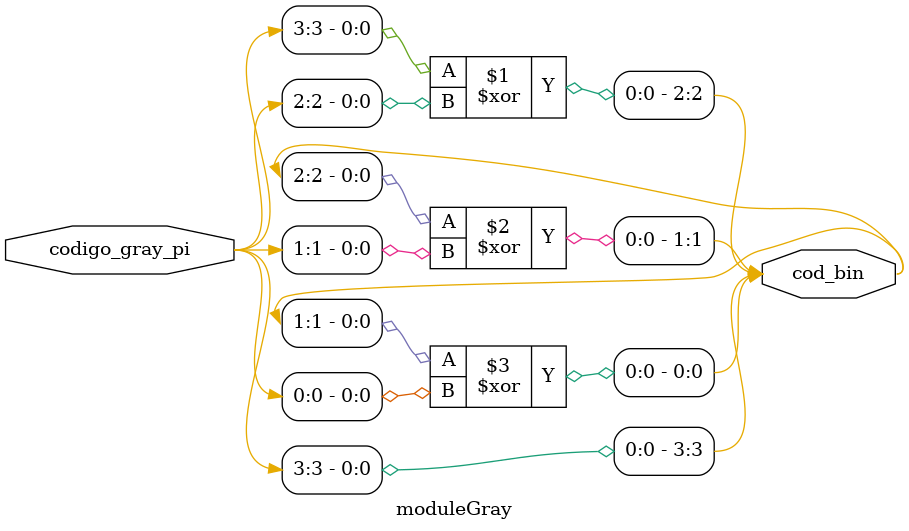
<source format=sv>
module moduleGray (
    input logic [3:0] codigo_gray_pi,
    output logic [3:0] cod_bin
);
    
    assign cod_bin[3] = codigo_gray_pi[3];
    assign cod_bin[2] = cod_bin[3] ^ codigo_gray_pi[2];
    assign cod_bin[1] = cod_bin[2] ^ codigo_gray_pi[1];
    assign cod_bin[0] = cod_bin[1] ^ codigo_gray_pi[0];

endmodule
</source>
